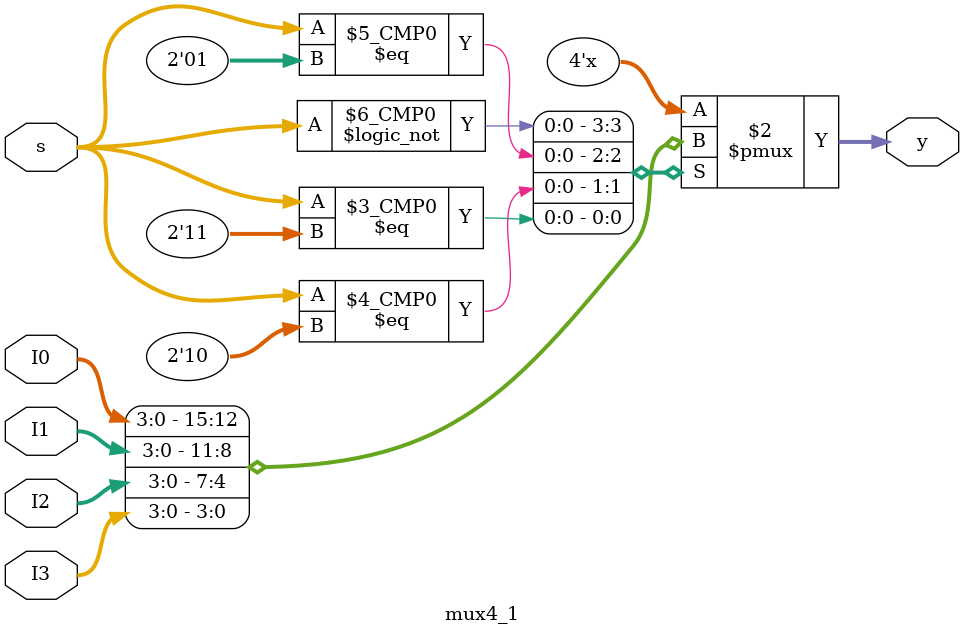
<source format=v>
`timescale 1ns / 1ps




module mux4_1(
    input [3:0] I0,
    input [3:0] I1,
    input [3:0] I2,
    input [3:0] I3,
    input [1:0] s,
    output reg [3:0] y
    );
    
   always @(*)
   begin
   case(s)
   2'b00:y=I0;
   2'b01:y=I1;
   2'b10:y=I2;
   2'b11:y=I3;
   endcase
    end
endmodule

</source>
